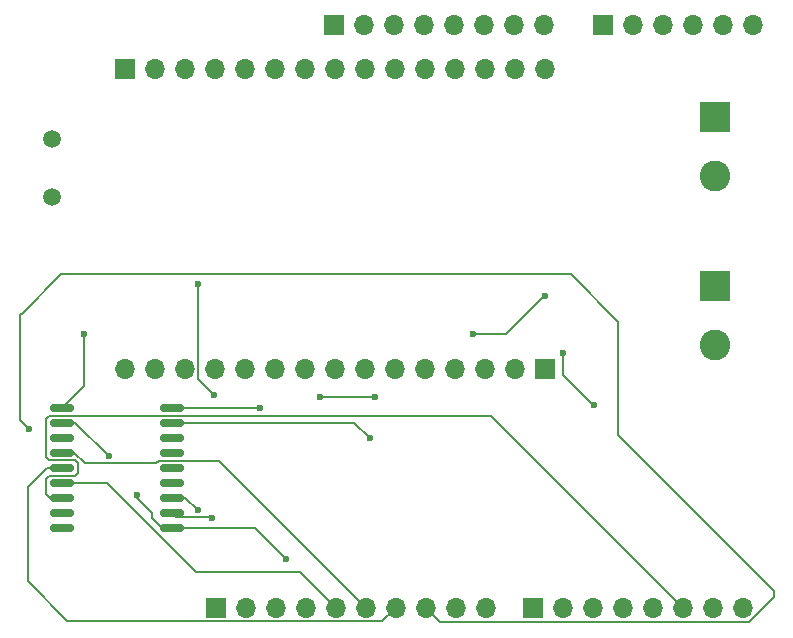
<source format=gbr>
%TF.GenerationSoftware,KiCad,Pcbnew,8.0.2-1*%
%TF.CreationDate,2024-05-16T23:31:01-04:00*%
%TF.ProjectId,ORA_Arduino_ESP_CAN_Shield_Rev_1,4f52415f-4172-4647-9569-6e6f5f455350,rev?*%
%TF.SameCoordinates,Original*%
%TF.FileFunction,Copper,L2,Bot*%
%TF.FilePolarity,Positive*%
%FSLAX46Y46*%
G04 Gerber Fmt 4.6, Leading zero omitted, Abs format (unit mm)*
G04 Created by KiCad (PCBNEW 8.0.2-1) date 2024-05-16 23:31:01*
%MOMM*%
%LPD*%
G01*
G04 APERTURE LIST*
G04 Aperture macros list*
%AMRoundRect*
0 Rectangle with rounded corners*
0 $1 Rounding radius*
0 $2 $3 $4 $5 $6 $7 $8 $9 X,Y pos of 4 corners*
0 Add a 4 corners polygon primitive as box body*
4,1,4,$2,$3,$4,$5,$6,$7,$8,$9,$2,$3,0*
0 Add four circle primitives for the rounded corners*
1,1,$1+$1,$2,$3*
1,1,$1+$1,$4,$5*
1,1,$1+$1,$6,$7*
1,1,$1+$1,$8,$9*
0 Add four rect primitives between the rounded corners*
20,1,$1+$1,$2,$3,$4,$5,0*
20,1,$1+$1,$4,$5,$6,$7,0*
20,1,$1+$1,$6,$7,$8,$9,0*
20,1,$1+$1,$8,$9,$2,$3,0*%
G04 Aperture macros list end*
%TA.AperFunction,ComponentPad*%
%ADD10R,1.700000X1.700000*%
%TD*%
%TA.AperFunction,ComponentPad*%
%ADD11O,1.700000X1.700000*%
%TD*%
%TA.AperFunction,SMDPad,CuDef*%
%ADD12RoundRect,0.150000X0.875000X0.150000X-0.875000X0.150000X-0.875000X-0.150000X0.875000X-0.150000X0*%
%TD*%
%TA.AperFunction,ComponentPad*%
%ADD13R,2.600000X2.600000*%
%TD*%
%TA.AperFunction,ComponentPad*%
%ADD14C,2.600000*%
%TD*%
%TA.AperFunction,ComponentPad*%
%ADD15C,1.500000*%
%TD*%
%TA.AperFunction,ViaPad*%
%ADD16C,0.600000*%
%TD*%
%TA.AperFunction,Conductor*%
%ADD17C,0.200000*%
%TD*%
G04 APERTURE END LIST*
D10*
%TO.P,Digital_1,1,Pin_1*%
%TO.N,SCL*%
X41695000Y-74670000D03*
D11*
%TO.P,Digital_1,2,Pin_2*%
%TO.N,SDA*%
X44235000Y-74670000D03*
%TO.P,Digital_1,3,Pin_3*%
%TO.N,unconnected-(Digital_1-Pin_3-Pad3)*%
X46775000Y-74670000D03*
%TO.P,Digital_1,4,Pin_4*%
%TO.N,GND*%
X49315000Y-74670000D03*
%TO.P,Digital_1,5,Pin_5*%
%TO.N,SCK*%
X51855000Y-74670000D03*
%TO.P,Digital_1,6,Pin_6*%
%TO.N,SO*%
X54395000Y-74670000D03*
%TO.P,Digital_1,7,Pin_7*%
%TO.N,SI*%
X56935000Y-74670000D03*
%TO.P,Digital_1,8,Pin_8*%
%TO.N,CS*%
X59475000Y-74670000D03*
%TO.P,Digital_1,9,Pin_9*%
%TO.N,unconnected-(Digital_1-Pin_9-Pad9)*%
X62015000Y-74670000D03*
%TO.P,Digital_1,10,Pin_10*%
%TO.N,unconnected-(Digital_1-Pin_10-Pad10)*%
X64555000Y-74670000D03*
%TD*%
D10*
%TO.P,Power_1,1,Pin_1*%
%TO.N,unconnected-(Power_1-Pin_1-Pad1)*%
X51715000Y-25320000D03*
D11*
%TO.P,Power_1,2,Pin_2*%
%TO.N,unconnected-(Power_1-Pin_2-Pad2)*%
X54255000Y-25320000D03*
%TO.P,Power_1,3,Pin_3*%
%TO.N,unconnected-(Power_1-Pin_3-Pad3)*%
X56795000Y-25320000D03*
%TO.P,Power_1,4,Pin_4*%
%TO.N,unconnected-(Power_1-Pin_4-Pad4)*%
X59335000Y-25320000D03*
%TO.P,Power_1,5,Pin_5*%
%TO.N,+5V*%
X61875000Y-25320000D03*
%TO.P,Power_1,6,Pin_6*%
%TO.N,GND*%
X64415000Y-25320000D03*
%TO.P,Power_1,7,Pin_7*%
X66955000Y-25320000D03*
%TO.P,Power_1,8,Pin_8*%
%TO.N,unconnected-(Power_1-Pin_8-Pad8)*%
X69495000Y-25320000D03*
%TD*%
D10*
%TO.P,Analog_1,1,Pin_1*%
%TO.N,unconnected-(Analog_1-Pin_1-Pad1)*%
X74495000Y-25300000D03*
D11*
%TO.P,Analog_1,2,Pin_2*%
%TO.N,unconnected-(Analog_1-Pin_2-Pad2)*%
X77035000Y-25300000D03*
%TO.P,Analog_1,3,Pin_3*%
%TO.N,unconnected-(Analog_1-Pin_3-Pad3)*%
X79575000Y-25300000D03*
%TO.P,Analog_1,4,Pin_4*%
%TO.N,unconnected-(Analog_1-Pin_4-Pad4)*%
X82115000Y-25300000D03*
%TO.P,Analog_1,5,Pin_5*%
%TO.N,unconnected-(Analog_1-Pin_5-Pad5)*%
X84655000Y-25300000D03*
%TO.P,Analog_1,6,Pin_6*%
%TO.N,unconnected-(Analog_1-Pin_6-Pad6)*%
X87195000Y-25300000D03*
%TD*%
D10*
%TO.P,Digital_2,1,Pin_1*%
%TO.N,unconnected-(Digital_2-Pin_1-Pad1)*%
X68545000Y-74690000D03*
D11*
%TO.P,Digital_2,2,Pin_2*%
%TO.N,unconnected-(Digital_2-Pin_2-Pad2)*%
X71085000Y-74690000D03*
%TO.P,Digital_2,3,Pin_3*%
%TO.N,unconnected-(Digital_2-Pin_3-Pad3)*%
X73625000Y-74690000D03*
%TO.P,Digital_2,4,Pin_4*%
%TO.N,unconnected-(Digital_2-Pin_4-Pad4)*%
X76165000Y-74690000D03*
%TO.P,Digital_2,5,Pin_5*%
%TO.N,unconnected-(Digital_2-Pin_5-Pad5)*%
X78705000Y-74690000D03*
%TO.P,Digital_2,6,Pin_6*%
%TO.N,INT*%
X81245000Y-74690000D03*
%TO.P,Digital_2,7,Pin_7*%
%TO.N,unconnected-(Digital_2-Pin_7-Pad7)*%
X83785000Y-74690000D03*
%TO.P,Digital_2,8,Pin_8*%
%TO.N,unconnected-(Digital_2-Pin_8-Pad8)*%
X86325000Y-74690000D03*
%TD*%
D12*
%TO.P,U2,1,TXCAN*%
%TO.N,Net-(U2-TXCAN)*%
X37975000Y-57730000D03*
%TO.P,U2,2,RXCAN*%
%TO.N,Net-(U2-RXCAN)*%
X37975000Y-59000000D03*
%TO.P,U2,3,CLKOUT/SOF*%
%TO.N,unconnected-(U2-CLKOUT{slash}SOF-Pad3)*%
X37975000Y-60270000D03*
%TO.P,U2,4,~{TX0RTS}*%
%TO.N,unconnected-(U2-~{TX0RTS}-Pad4)*%
X37975000Y-61540000D03*
%TO.P,U2,5,~{TX1RTS}*%
%TO.N,unconnected-(U2-~{TX1RTS}-Pad5)*%
X37975000Y-62810000D03*
%TO.P,U2,6,~{TX2RTS}*%
%TO.N,unconnected-(U2-~{TX2RTS}-Pad6)*%
X37975000Y-64080000D03*
%TO.P,U2,7,OSC2*%
%TO.N,Net-(U2-OSC2)*%
X37975000Y-65350000D03*
%TO.P,U2,8,OSC1*%
%TO.N,Net-(U2-OSC1)*%
X37975000Y-66620000D03*
%TO.P,U2,9,VSS*%
%TO.N,GND*%
X37975000Y-67890000D03*
%TO.P,U2,10,~{RX1BF}*%
%TO.N,unconnected-(U2-~{RX1BF}-Pad10)*%
X28675000Y-67890000D03*
%TO.P,U2,11,~{RX0BF}*%
%TO.N,unconnected-(U2-~{RX0BF}-Pad11)*%
X28675000Y-66620000D03*
%TO.P,U2,12,~{INT}*%
%TO.N,INT*%
X28675000Y-65350000D03*
%TO.P,U2,13,SCK*%
%TO.N,SCK*%
X28675000Y-64080000D03*
%TO.P,U2,14,SI*%
%TO.N,SI*%
X28675000Y-62810000D03*
%TO.P,U2,15,SO*%
%TO.N,SO*%
X28675000Y-61540000D03*
%TO.P,U2,16,~{CS}*%
%TO.N,CS*%
X28675000Y-60270000D03*
%TO.P,U2,17,~{RESET}*%
%TO.N,Net-(U2-~{RESET})*%
X28675000Y-59000000D03*
%TO.P,U2,18,VDD*%
%TO.N,+5V*%
X28675000Y-57730000D03*
%TD*%
D10*
%TO.P,EN_1,1,Pin_1*%
%TO.N,+5V*%
X69530000Y-54460000D03*
D11*
%TO.P,EN_1,2,Pin_2*%
%TO.N,GND*%
X66990000Y-54460000D03*
%TO.P,EN_1,3,Pin_3*%
%TO.N,unconnected-(EN_1-Pin_3-Pad3)*%
X64450000Y-54460000D03*
%TO.P,EN_1,4,Pin_4*%
%TO.N,unconnected-(EN_1-Pin_4-Pad4)*%
X61910000Y-54460000D03*
%TO.P,EN_1,5,Pin_5*%
%TO.N,unconnected-(EN_1-Pin_5-Pad5)*%
X59370000Y-54460000D03*
%TO.P,EN_1,6,Pin_6*%
%TO.N,unconnected-(EN_1-Pin_6-Pad6)*%
X56830000Y-54460000D03*
%TO.P,EN_1,7,Pin_7*%
%TO.N,unconnected-(EN_1-Pin_7-Pad7)*%
X54290000Y-54460000D03*
%TO.P,EN_1,8,Pin_8*%
%TO.N,unconnected-(EN_1-Pin_8-Pad8)*%
X51750000Y-54460000D03*
%TO.P,EN_1,9,Pin_9*%
%TO.N,unconnected-(EN_1-Pin_9-Pad9)*%
X49210000Y-54460000D03*
%TO.P,EN_1,10,Pin_10*%
%TO.N,unconnected-(EN_1-Pin_10-Pad10)*%
X46670000Y-54460000D03*
%TO.P,EN_1,11,Pin_11*%
%TO.N,unconnected-(EN_1-Pin_11-Pad11)*%
X44130000Y-54460000D03*
%TO.P,EN_1,12,Pin_12*%
%TO.N,unconnected-(EN_1-Pin_12-Pad12)*%
X41590000Y-54460000D03*
%TO.P,EN_1,13,Pin_13*%
%TO.N,unconnected-(EN_1-Pin_13-Pad13)*%
X39050000Y-54460000D03*
%TO.P,EN_1,14,Pin_14*%
%TO.N,unconnected-(EN_1-Pin_14-Pad14)*%
X36510000Y-54460000D03*
%TO.P,EN_1,15,Pin_15*%
%TO.N,unconnected-(EN_1-Pin_15-Pad15)*%
X33970000Y-54460000D03*
%TD*%
D13*
%TO.P,J1,1,Pin_1*%
%TO.N,CAN_L*%
X83990000Y-47420000D03*
D14*
%TO.P,J1,2,Pin_2*%
%TO.N,CAN_H*%
X83990000Y-52420000D03*
%TD*%
D13*
%TO.P,J2,1,Pin_1*%
%TO.N,CAN_L*%
X83940000Y-33110000D03*
D14*
%TO.P,J2,2,Pin_2*%
%TO.N,CAN_H*%
X83940000Y-38110000D03*
%TD*%
D10*
%TO.P,BOOT_1,1,Pin_1*%
%TO.N,unconnected-(BOOT_1-Pin_1-Pad1)*%
X33970000Y-29060000D03*
D11*
%TO.P,BOOT_1,2,Pin_2*%
%TO.N,SCL*%
X36510000Y-29060000D03*
%TO.P,BOOT_1,3,Pin_3*%
%TO.N,unconnected-(BOOT_1-Pin_3-Pad3)*%
X39050000Y-29060000D03*
%TO.P,BOOT_1,4,Pin_4*%
%TO.N,unconnected-(BOOT_1-Pin_4-Pad4)*%
X41590000Y-29060000D03*
%TO.P,BOOT_1,5,Pin_5*%
%TO.N,SDA*%
X44130000Y-29060000D03*
%TO.P,BOOT_1,6,Pin_6*%
%TO.N,unconnected-(BOOT_1-Pin_6-Pad6)*%
X46670000Y-29060000D03*
%TO.P,BOOT_1,7,Pin_7*%
%TO.N,unconnected-(BOOT_1-Pin_7-Pad7)*%
X49210000Y-29060000D03*
%TO.P,BOOT_1,8,Pin_8*%
%TO.N,unconnected-(BOOT_1-Pin_8-Pad8)*%
X51750000Y-29060000D03*
%TO.P,BOOT_1,9,Pin_9*%
%TO.N,unconnected-(BOOT_1-Pin_9-Pad9)*%
X54290000Y-29060000D03*
%TO.P,BOOT_1,10,Pin_10*%
%TO.N,unconnected-(BOOT_1-Pin_10-Pad10)*%
X56830000Y-29060000D03*
%TO.P,BOOT_1,11,Pin_11*%
%TO.N,unconnected-(BOOT_1-Pin_11-Pad11)*%
X59370000Y-29060000D03*
%TO.P,BOOT_1,12,Pin_12*%
%TO.N,unconnected-(BOOT_1-Pin_12-Pad12)*%
X61910000Y-29060000D03*
%TO.P,BOOT_1,13,Pin_13*%
%TO.N,unconnected-(BOOT_1-Pin_13-Pad13)*%
X64450000Y-29060000D03*
%TO.P,BOOT_1,14,Pin_14*%
%TO.N,unconnected-(BOOT_1-Pin_14-Pad14)*%
X66990000Y-29060000D03*
%TO.P,BOOT_1,15,Pin_15*%
%TO.N,unconnected-(BOOT_1-Pin_15-Pad15)*%
X69530000Y-29060000D03*
%TD*%
D15*
%TO.P,Y1,1,1*%
%TO.N,Net-(U2-OSC1)*%
X27865000Y-39870000D03*
%TO.P,Y1,2,2*%
%TO.N,Net-(U2-OSC2)*%
X27865000Y-34990000D03*
%TD*%
D16*
%TO.N,Net-(U2-OSC2)*%
X40165000Y-66410000D03*
%TO.N,Net-(U2-OSC1)*%
X40225000Y-47240000D03*
X41365000Y-67040000D03*
X41585000Y-56650000D03*
%TO.N,+5V*%
X30560000Y-51480000D03*
%TO.N,GND*%
X69540000Y-48270000D03*
X55135000Y-56860000D03*
X50505000Y-56840000D03*
X47665000Y-70530000D03*
X63440000Y-51480000D03*
X35035000Y-65090000D03*
%TO.N,CS*%
X28675000Y-60290000D03*
X25855000Y-59530000D03*
%TO.N,CAN_L*%
X73705000Y-57520000D03*
X71115000Y-53110000D03*
%TO.N,Net-(U2-~{RESET})*%
X32625000Y-61820000D03*
%TO.N,Net-(U2-RXCAN)*%
X54775000Y-60330000D03*
%TO.N,Net-(U2-TXCAN)*%
X45415000Y-57780000D03*
%TD*%
D17*
%TO.N,Net-(U2-OSC2)*%
X37975000Y-65350000D02*
X39105000Y-65350000D01*
X39105000Y-65350000D02*
X40165000Y-66410000D01*
%TO.N,Net-(U2-OSC1)*%
X40225000Y-47240000D02*
X40245000Y-47240000D01*
X40245000Y-47240000D02*
X40185000Y-47300000D01*
X41315000Y-67040000D02*
X41365000Y-67040000D01*
X41365000Y-67040000D02*
X41365000Y-67090000D01*
X40225000Y-55290000D02*
X41585000Y-56650000D01*
X40225000Y-47240000D02*
X40225000Y-55290000D01*
X41365000Y-67090000D02*
X41305000Y-67030000D01*
X38365000Y-67010000D02*
X41285000Y-67010000D01*
X41285000Y-67010000D02*
X41315000Y-67040000D01*
X37975000Y-66620000D02*
X38365000Y-67010000D01*
%TO.N,+5V*%
X28675000Y-57730000D02*
X30540000Y-55865000D01*
X30560000Y-51480000D02*
X30540000Y-51550000D01*
X30540000Y-55865000D02*
X30560000Y-51480000D01*
%TO.N,SO*%
X36669448Y-62450000D02*
X36909448Y-62210000D01*
X30616238Y-62450000D02*
X36669448Y-62450000D01*
X36909448Y-62210000D02*
X41935000Y-62210000D01*
X29706238Y-61540000D02*
X30616238Y-62450000D01*
X28675000Y-61540000D02*
X29706238Y-61540000D01*
X41935000Y-62210000D02*
X54395000Y-74670000D01*
%TO.N,GND*%
X63440000Y-51480000D02*
X66290000Y-51480000D01*
X66290000Y-51480000D02*
X69500000Y-48270000D01*
X69540000Y-48230000D02*
X69470000Y-48300000D01*
X47665000Y-70530000D02*
X47685000Y-70550000D01*
X45025000Y-67890000D02*
X47665000Y-70530000D01*
X55135000Y-56860000D02*
X55155000Y-56840000D01*
X69500000Y-48270000D02*
X69540000Y-48270000D01*
X35035000Y-65345552D02*
X36295000Y-66605552D01*
X37975000Y-67890000D02*
X45025000Y-67890000D01*
X37145000Y-67890000D02*
X37975000Y-67890000D01*
X35035000Y-65090000D02*
X35035000Y-65345552D01*
X69540000Y-48270000D02*
X69540000Y-48230000D01*
X36295000Y-66605552D02*
X36295000Y-67040000D01*
X50505000Y-56840000D02*
X55135000Y-56860000D01*
X36295000Y-67040000D02*
X37145000Y-67890000D01*
X55155000Y-56840000D02*
X55175000Y-56820000D01*
%TO.N,SI*%
X27405000Y-62810000D02*
X25785000Y-64430000D01*
X40475000Y-75750000D02*
X40545000Y-75820000D01*
X55785000Y-75820000D02*
X56935000Y-74670000D01*
X29115000Y-75750000D02*
X40475000Y-75750000D01*
X40545000Y-75820000D02*
X55785000Y-75820000D01*
X25785000Y-72420000D02*
X29115000Y-75750000D01*
X28675000Y-62810000D02*
X27405000Y-62810000D01*
X25785000Y-64430000D02*
X25785000Y-72420000D01*
%TO.N,SCK*%
X40049448Y-71630000D02*
X48815000Y-71630000D01*
X32499448Y-64080000D02*
X40049448Y-71630000D01*
X48815000Y-71630000D02*
X51855000Y-74670000D01*
X28675000Y-64080000D02*
X32499448Y-64080000D01*
%TO.N,CS*%
X25125000Y-49760000D02*
X25125000Y-58740000D01*
X75775000Y-60080000D02*
X75775000Y-50460000D01*
X25855000Y-59530000D02*
X25835000Y-59470000D01*
X88915000Y-73726346D02*
X88915000Y-73220000D01*
X28595000Y-46450000D02*
X25285000Y-49760000D01*
X25125000Y-58740000D02*
X25835000Y-59450000D01*
X60645000Y-75840000D02*
X86801346Y-75840000D01*
X25835000Y-59450000D02*
X25855000Y-59530000D01*
X71765000Y-46450000D02*
X28595000Y-46450000D01*
X86801346Y-75840000D02*
X88915000Y-73726346D01*
X75775000Y-50460000D02*
X71765000Y-46450000D01*
X25285000Y-49760000D02*
X25125000Y-49760000D01*
X88915000Y-73220000D02*
X75775000Y-60080000D01*
X59475000Y-74670000D02*
X60645000Y-75840000D01*
%TO.N,INT*%
X27350000Y-63739448D02*
X27609448Y-63480000D01*
X30000000Y-63220552D02*
X30000000Y-62399448D01*
X29740552Y-62140000D02*
X27609448Y-62140000D01*
X27350000Y-61880552D02*
X27350000Y-58659448D01*
X27650001Y-65350000D02*
X27350000Y-65049999D01*
X27609448Y-63480000D02*
X29740552Y-63480000D01*
X30000000Y-62399448D02*
X29740552Y-62140000D01*
X27350000Y-65049999D02*
X27350000Y-63739448D01*
X27609448Y-58400000D02*
X64955000Y-58400000D01*
X27609448Y-62140000D02*
X27350000Y-61880552D01*
X27350000Y-58659448D02*
X27609448Y-58400000D01*
X28675000Y-65350000D02*
X27650001Y-65350000D01*
X64955000Y-58400000D02*
X81245000Y-74690000D01*
X29740552Y-63480000D02*
X30000000Y-63220552D01*
%TO.N,CAN_L*%
X71115000Y-53110000D02*
X71115000Y-54970000D01*
X73665000Y-57520000D02*
X73705000Y-57520000D01*
X71115000Y-54970000D02*
X73665000Y-57520000D01*
X73705000Y-57560000D02*
X73675000Y-57530000D01*
X73705000Y-57520000D02*
X73705000Y-57560000D01*
%TO.N,Net-(U2-~{RESET})*%
X29805000Y-59000000D02*
X32625000Y-61820000D01*
X28675000Y-59000000D02*
X29805000Y-59000000D01*
%TO.N,Net-(U2-RXCAN)*%
X54765000Y-60330000D02*
X53435000Y-59000000D01*
X53435000Y-59000000D02*
X37975000Y-59000000D01*
X54775000Y-60330000D02*
X54765000Y-60330000D01*
%TO.N,Net-(U2-TXCAN)*%
X45365000Y-57730000D02*
X37975000Y-57730000D01*
X45415000Y-57780000D02*
X45365000Y-57730000D01*
%TD*%
M02*

</source>
